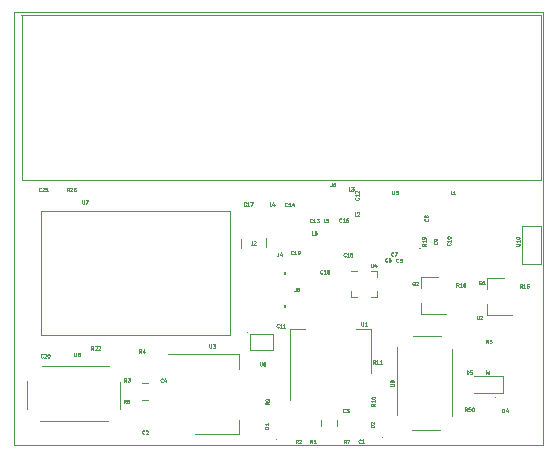
<source format=gbr>
G04 #@! TF.GenerationSoftware,KiCad,Pcbnew,(5.1.5)-3*
G04 #@! TF.CreationDate,2020-04-03T19:02:15-07:00*
G04 #@! TF.ProjectId,ShadowRunner,53686164-6f77-4527-956e-6e65722e6b69,rev?*
G04 #@! TF.SameCoordinates,Original*
G04 #@! TF.FileFunction,Legend,Top*
G04 #@! TF.FilePolarity,Positive*
%FSLAX46Y46*%
G04 Gerber Fmt 4.6, Leading zero omitted, Abs format (unit mm)*
G04 Created by KiCad (PCBNEW (5.1.5)-3) date 2020-04-03 19:02:15*
%MOMM*%
%LPD*%
G04 APERTURE LIST*
%ADD10C,0.120000*%
%ADD11C,0.152400*%
%ADD12C,0.100000*%
%ADD13C,0.075000*%
G04 APERTURE END LIST*
D10*
X151565000Y-126685000D02*
X151565000Y-127035000D01*
X151565000Y-126875000D02*
X151565000Y-126685000D01*
X151745000Y-126885000D02*
X151565000Y-126875000D01*
X151825000Y-126715000D02*
X151745000Y-126885000D01*
X151825000Y-127045000D02*
X151825000Y-126715000D01*
X151615000Y-126885000D02*
X151825000Y-127045000D01*
X151825000Y-126725000D02*
X151615000Y-126885000D01*
X111605000Y-133055000D02*
X111605000Y-133005000D01*
X156415000Y-133035000D02*
X111605000Y-133055000D01*
X111605000Y-96335000D02*
X111605000Y-133015000D01*
X112075000Y-96335000D02*
X111605000Y-96335000D01*
X156415000Y-96335000D02*
X156415000Y-133025000D01*
X112085000Y-96335000D02*
X156415000Y-96335000D01*
X134995000Y-129195000D02*
X134995000Y-123185000D01*
X141815000Y-126945000D02*
X141815000Y-123185000D01*
X134995000Y-123185000D02*
X136255000Y-123185000D01*
X141815000Y-123185000D02*
X140555000Y-123185000D01*
X122923578Y-127795000D02*
X122406422Y-127795000D01*
X122923578Y-129215000D02*
X122406422Y-129215000D01*
D11*
X134538500Y-118507741D02*
X134538500Y-118336400D01*
X134538500Y-121333600D02*
X134538500Y-121162259D01*
D10*
X144042500Y-130455000D02*
X144042500Y-124757500D01*
X148690000Y-130602500D02*
X148690000Y-124875000D01*
X145387500Y-123822500D02*
X147725000Y-123822500D01*
X145330000Y-131712500D02*
X147667500Y-131712500D01*
X113970000Y-126317500D02*
X119667500Y-126317500D01*
X113822500Y-130965000D02*
X119550000Y-130965000D01*
X120602500Y-127662500D02*
X120602500Y-130000000D01*
X112712500Y-127605000D02*
X112712500Y-129942500D01*
X131592500Y-123620000D02*
X133550000Y-123620000D01*
X133550000Y-123620000D02*
X133550000Y-124950000D01*
X133550000Y-124950000D02*
X131590000Y-124950000D01*
X131590000Y-124950000D02*
X131590000Y-123620000D01*
X131590000Y-123620000D02*
X131595000Y-123635000D01*
X131595000Y-123635000D02*
X131597500Y-123632500D01*
X131332500Y-123465000D02*
X131347500Y-123465000D01*
X130675000Y-132125000D02*
X130675000Y-130865000D01*
X130675000Y-125305000D02*
X130675000Y-126565000D01*
X126915000Y-132125000D02*
X130675000Y-132125000D01*
X124665000Y-125305000D02*
X130675000Y-125305000D01*
D12*
X133850000Y-132515000D02*
G75*
G03X133850000Y-132515000I-50000J0D01*
G01*
X142825000Y-132380000D02*
G75*
G03X142825000Y-132380000I-50000J0D01*
G01*
D10*
X132932500Y-115535000D02*
X132932500Y-116297500D01*
X130867500Y-116315000D02*
X130867500Y-115612500D01*
X151630000Y-118880000D02*
X153090000Y-118880000D01*
X151630000Y-122040000D02*
X153790000Y-122040000D01*
X151630000Y-122040000D02*
X151630000Y-121110000D01*
X151630000Y-118880000D02*
X151630000Y-119810000D01*
X146030000Y-118775000D02*
X146030000Y-119705000D01*
X146030000Y-121935000D02*
X146030000Y-121005000D01*
X146030000Y-121935000D02*
X148190000Y-121935000D01*
X146030000Y-118775000D02*
X147490000Y-118775000D01*
X141825000Y-118300000D02*
X142325000Y-118300000D01*
X142325000Y-118300000D02*
X142325000Y-118800000D01*
X142325000Y-118800000D02*
X142325000Y-118800000D01*
X142325000Y-120000000D02*
X142325000Y-120500000D01*
X142325000Y-120500000D02*
X141825000Y-120500000D01*
X141825000Y-120500000D02*
X141825000Y-120500000D01*
X140625000Y-120500000D02*
X140125000Y-120500000D01*
X140125000Y-120500000D02*
X140125000Y-120000000D01*
X140125000Y-120000000D02*
X140125000Y-120000000D01*
X140625000Y-118300000D02*
X140125000Y-118300000D01*
X140125000Y-118300000D02*
X140125000Y-118300000D01*
X113862500Y-113212500D02*
X129862500Y-113205000D01*
X129865000Y-113205000D02*
X129857500Y-123705000D01*
X129857500Y-123705000D02*
X113860000Y-123695000D01*
X113860000Y-123695000D02*
X113862500Y-113222500D01*
D12*
X152375000Y-129010000D02*
G75*
G03X152375000Y-129010000I-50000J0D01*
G01*
D10*
X145947500Y-116302500D02*
X145922500Y-116302500D01*
X112225000Y-96585000D02*
X156240000Y-96597500D01*
X156240000Y-96597500D02*
X156250000Y-110607500D01*
X156250000Y-110607500D02*
X112250000Y-110587500D01*
X112250000Y-110587500D02*
X112250000Y-96572500D01*
X150550000Y-128660000D02*
X153010000Y-128660000D01*
X153010000Y-128660000D02*
X153010000Y-127190000D01*
X153010000Y-127190000D02*
X150550000Y-127190000D01*
X156212500Y-117655000D02*
X156212500Y-114455000D01*
X156212500Y-114455000D02*
X154612500Y-114455000D01*
X154610000Y-114455000D02*
X154610000Y-117655000D01*
X154610000Y-117655000D02*
X156210000Y-117655000D01*
X138995000Y-130926422D02*
X138995000Y-131443578D01*
X137575000Y-130926422D02*
X137575000Y-131443578D01*
D13*
X141016428Y-122645714D02*
X141016428Y-122888571D01*
X141030714Y-122917142D01*
X141045000Y-122931428D01*
X141073571Y-122945714D01*
X141130714Y-122945714D01*
X141159285Y-122931428D01*
X141173571Y-122917142D01*
X141187857Y-122888571D01*
X141187857Y-122645714D01*
X141487857Y-122945714D02*
X141316428Y-122945714D01*
X141402142Y-122945714D02*
X141402142Y-122645714D01*
X141373571Y-122688571D01*
X141345000Y-122717142D01*
X141316428Y-122731428D01*
X136855000Y-132860714D02*
X136755000Y-132717857D01*
X136683571Y-132860714D02*
X136683571Y-132560714D01*
X136797857Y-132560714D01*
X136826428Y-132575000D01*
X136840714Y-132589285D01*
X136855000Y-132617857D01*
X136855000Y-132660714D01*
X136840714Y-132689285D01*
X136826428Y-132703571D01*
X136797857Y-132717857D01*
X136683571Y-132717857D01*
X137140714Y-132860714D02*
X136969285Y-132860714D01*
X137055000Y-132860714D02*
X137055000Y-132560714D01*
X137026428Y-132603571D01*
X136997857Y-132632142D01*
X136969285Y-132646428D01*
X124185000Y-127652142D02*
X124170714Y-127666428D01*
X124127857Y-127680714D01*
X124099285Y-127680714D01*
X124056428Y-127666428D01*
X124027857Y-127637857D01*
X124013571Y-127609285D01*
X123999285Y-127552142D01*
X123999285Y-127509285D01*
X124013571Y-127452142D01*
X124027857Y-127423571D01*
X124056428Y-127395000D01*
X124099285Y-127380714D01*
X124127857Y-127380714D01*
X124170714Y-127395000D01*
X124185000Y-127409285D01*
X124442142Y-127480714D02*
X124442142Y-127680714D01*
X124370714Y-127366428D02*
X124299285Y-127580714D01*
X124485000Y-127580714D01*
X135460000Y-119715714D02*
X135460000Y-119930000D01*
X135445714Y-119972857D01*
X135417142Y-120001428D01*
X135374285Y-120015714D01*
X135345714Y-120015714D01*
X135745714Y-119715714D02*
X135602857Y-119715714D01*
X135588571Y-119858571D01*
X135602857Y-119844285D01*
X135631428Y-119830000D01*
X135702857Y-119830000D01*
X135731428Y-119844285D01*
X135745714Y-119858571D01*
X135760000Y-119887142D01*
X135760000Y-119958571D01*
X135745714Y-119987142D01*
X135731428Y-120001428D01*
X135702857Y-120015714D01*
X135631428Y-120015714D01*
X135602857Y-120001428D01*
X135588571Y-119987142D01*
X131765000Y-115760714D02*
X131765000Y-115975000D01*
X131750714Y-116017857D01*
X131722142Y-116046428D01*
X131679285Y-116060714D01*
X131650714Y-116060714D01*
X131893571Y-115789285D02*
X131907857Y-115775000D01*
X131936428Y-115760714D01*
X132007857Y-115760714D01*
X132036428Y-115775000D01*
X132050714Y-115789285D01*
X132065000Y-115817857D01*
X132065000Y-115846428D01*
X132050714Y-115889285D01*
X131879285Y-116060714D01*
X132065000Y-116060714D01*
X142160714Y-129507857D02*
X142017857Y-129607857D01*
X142160714Y-129679285D02*
X141860714Y-129679285D01*
X141860714Y-129565000D01*
X141875000Y-129536428D01*
X141889285Y-129522142D01*
X141917857Y-129507857D01*
X141960714Y-129507857D01*
X141989285Y-129522142D01*
X142003571Y-129536428D01*
X142017857Y-129565000D01*
X142017857Y-129679285D01*
X142160714Y-129222142D02*
X142160714Y-129393571D01*
X142160714Y-129307857D02*
X141860714Y-129307857D01*
X141903571Y-129336428D01*
X141932142Y-129365000D01*
X141946428Y-129393571D01*
X141860714Y-129036428D02*
X141860714Y-129007857D01*
X141875000Y-128979285D01*
X141889285Y-128965000D01*
X141917857Y-128950714D01*
X141975000Y-128936428D01*
X142046428Y-128936428D01*
X142103571Y-128950714D01*
X142132142Y-128965000D01*
X142146428Y-128979285D01*
X142160714Y-129007857D01*
X142160714Y-129036428D01*
X142146428Y-129065000D01*
X142132142Y-129079285D01*
X142103571Y-129093571D01*
X142046428Y-129107857D01*
X141975000Y-129107857D01*
X141917857Y-129093571D01*
X141889285Y-129079285D01*
X141875000Y-129065000D01*
X141860714Y-129036428D01*
X143470714Y-128013571D02*
X143713571Y-128013571D01*
X143742142Y-127999285D01*
X143756428Y-127985000D01*
X143770714Y-127956428D01*
X143770714Y-127899285D01*
X143756428Y-127870714D01*
X143742142Y-127856428D01*
X143713571Y-127842142D01*
X143470714Y-127842142D01*
X143770714Y-127685000D02*
X143770714Y-127627857D01*
X143756428Y-127599285D01*
X143742142Y-127585000D01*
X143699285Y-127556428D01*
X143642142Y-127542142D01*
X143527857Y-127542142D01*
X143499285Y-127556428D01*
X143485000Y-127570714D01*
X143470714Y-127599285D01*
X143470714Y-127656428D01*
X143485000Y-127685000D01*
X143499285Y-127699285D01*
X143527857Y-127713571D01*
X143599285Y-127713571D01*
X143627857Y-127699285D01*
X143642142Y-127685000D01*
X143656428Y-127656428D01*
X143656428Y-127599285D01*
X143642142Y-127570714D01*
X143627857Y-127556428D01*
X143599285Y-127542142D01*
X116721428Y-125210714D02*
X116721428Y-125453571D01*
X116735714Y-125482142D01*
X116750000Y-125496428D01*
X116778571Y-125510714D01*
X116835714Y-125510714D01*
X116864285Y-125496428D01*
X116878571Y-125482142D01*
X116892857Y-125453571D01*
X116892857Y-125210714D01*
X117078571Y-125339285D02*
X117050000Y-125325000D01*
X117035714Y-125310714D01*
X117021428Y-125282142D01*
X117021428Y-125267857D01*
X117035714Y-125239285D01*
X117050000Y-125225000D01*
X117078571Y-125210714D01*
X117135714Y-125210714D01*
X117164285Y-125225000D01*
X117178571Y-125239285D01*
X117192857Y-125267857D01*
X117192857Y-125282142D01*
X117178571Y-125310714D01*
X117164285Y-125325000D01*
X117135714Y-125339285D01*
X117078571Y-125339285D01*
X117050000Y-125353571D01*
X117035714Y-125367857D01*
X117021428Y-125396428D01*
X117021428Y-125453571D01*
X117035714Y-125482142D01*
X117050000Y-125496428D01*
X117078571Y-125510714D01*
X117135714Y-125510714D01*
X117164285Y-125496428D01*
X117178571Y-125482142D01*
X117192857Y-125453571D01*
X117192857Y-125396428D01*
X117178571Y-125367857D01*
X117164285Y-125353571D01*
X117135714Y-125339285D01*
X132426428Y-125990714D02*
X132426428Y-126233571D01*
X132440714Y-126262142D01*
X132455000Y-126276428D01*
X132483571Y-126290714D01*
X132540714Y-126290714D01*
X132569285Y-126276428D01*
X132583571Y-126262142D01*
X132597857Y-126233571D01*
X132597857Y-125990714D01*
X132869285Y-125990714D02*
X132812142Y-125990714D01*
X132783571Y-126005000D01*
X132769285Y-126019285D01*
X132740714Y-126062142D01*
X132726428Y-126119285D01*
X132726428Y-126233571D01*
X132740714Y-126262142D01*
X132755000Y-126276428D01*
X132783571Y-126290714D01*
X132840714Y-126290714D01*
X132869285Y-126276428D01*
X132883571Y-126262142D01*
X132897857Y-126233571D01*
X132897857Y-126162142D01*
X132883571Y-126133571D01*
X132869285Y-126119285D01*
X132840714Y-126105000D01*
X132783571Y-126105000D01*
X132755000Y-126119285D01*
X132740714Y-126133571D01*
X132726428Y-126162142D01*
X139705000Y-132890714D02*
X139605000Y-132747857D01*
X139533571Y-132890714D02*
X139533571Y-132590714D01*
X139647857Y-132590714D01*
X139676428Y-132605000D01*
X139690714Y-132619285D01*
X139705000Y-132647857D01*
X139705000Y-132690714D01*
X139690714Y-132719285D01*
X139676428Y-132733571D01*
X139647857Y-132747857D01*
X139533571Y-132747857D01*
X139805000Y-132590714D02*
X140005000Y-132590714D01*
X139876428Y-132890714D01*
X118332142Y-124940714D02*
X118232142Y-124797857D01*
X118160714Y-124940714D02*
X118160714Y-124640714D01*
X118275000Y-124640714D01*
X118303571Y-124655000D01*
X118317857Y-124669285D01*
X118332142Y-124697857D01*
X118332142Y-124740714D01*
X118317857Y-124769285D01*
X118303571Y-124783571D01*
X118275000Y-124797857D01*
X118160714Y-124797857D01*
X118446428Y-124669285D02*
X118460714Y-124655000D01*
X118489285Y-124640714D01*
X118560714Y-124640714D01*
X118589285Y-124655000D01*
X118603571Y-124669285D01*
X118617857Y-124697857D01*
X118617857Y-124726428D01*
X118603571Y-124769285D01*
X118432142Y-124940714D01*
X118617857Y-124940714D01*
X118732142Y-124669285D02*
X118746428Y-124655000D01*
X118775000Y-124640714D01*
X118846428Y-124640714D01*
X118875000Y-124655000D01*
X118889285Y-124669285D01*
X118903571Y-124697857D01*
X118903571Y-124726428D01*
X118889285Y-124769285D01*
X118717857Y-124940714D01*
X118903571Y-124940714D01*
X128146428Y-124510714D02*
X128146428Y-124753571D01*
X128160714Y-124782142D01*
X128175000Y-124796428D01*
X128203571Y-124810714D01*
X128260714Y-124810714D01*
X128289285Y-124796428D01*
X128303571Y-124782142D01*
X128317857Y-124753571D01*
X128317857Y-124510714D01*
X128432142Y-124510714D02*
X128617857Y-124510714D01*
X128517857Y-124625000D01*
X128560714Y-124625000D01*
X128589285Y-124639285D01*
X128603571Y-124653571D01*
X128617857Y-124682142D01*
X128617857Y-124753571D01*
X128603571Y-124782142D01*
X128589285Y-124796428D01*
X128560714Y-124810714D01*
X128475000Y-124810714D01*
X128446428Y-124796428D01*
X128432142Y-124782142D01*
X139682142Y-117042142D02*
X139667857Y-117056428D01*
X139625000Y-117070714D01*
X139596428Y-117070714D01*
X139553571Y-117056428D01*
X139525000Y-117027857D01*
X139510714Y-116999285D01*
X139496428Y-116942142D01*
X139496428Y-116899285D01*
X139510714Y-116842142D01*
X139525000Y-116813571D01*
X139553571Y-116785000D01*
X139596428Y-116770714D01*
X139625000Y-116770714D01*
X139667857Y-116785000D01*
X139682142Y-116799285D01*
X139967857Y-117070714D02*
X139796428Y-117070714D01*
X139882142Y-117070714D02*
X139882142Y-116770714D01*
X139853571Y-116813571D01*
X139825000Y-116842142D01*
X139796428Y-116856428D01*
X140239285Y-116770714D02*
X140096428Y-116770714D01*
X140082142Y-116913571D01*
X140096428Y-116899285D01*
X140125000Y-116885000D01*
X140196428Y-116885000D01*
X140225000Y-116899285D01*
X140239285Y-116913571D01*
X140253571Y-116942142D01*
X140253571Y-117013571D01*
X140239285Y-117042142D01*
X140225000Y-117056428D01*
X140196428Y-117070714D01*
X140125000Y-117070714D01*
X140096428Y-117056428D01*
X140082142Y-117042142D01*
X113912142Y-111502142D02*
X113897857Y-111516428D01*
X113855000Y-111530714D01*
X113826428Y-111530714D01*
X113783571Y-111516428D01*
X113755000Y-111487857D01*
X113740714Y-111459285D01*
X113726428Y-111402142D01*
X113726428Y-111359285D01*
X113740714Y-111302142D01*
X113755000Y-111273571D01*
X113783571Y-111245000D01*
X113826428Y-111230714D01*
X113855000Y-111230714D01*
X113897857Y-111245000D01*
X113912142Y-111259285D01*
X114026428Y-111259285D02*
X114040714Y-111245000D01*
X114069285Y-111230714D01*
X114140714Y-111230714D01*
X114169285Y-111245000D01*
X114183571Y-111259285D01*
X114197857Y-111287857D01*
X114197857Y-111316428D01*
X114183571Y-111359285D01*
X114012142Y-111530714D01*
X114197857Y-111530714D01*
X114483571Y-111530714D02*
X114312142Y-111530714D01*
X114397857Y-111530714D02*
X114397857Y-111230714D01*
X114369285Y-111273571D01*
X114340714Y-111302142D01*
X114312142Y-111316428D01*
X121125000Y-127660714D02*
X121025000Y-127517857D01*
X120953571Y-127660714D02*
X120953571Y-127360714D01*
X121067857Y-127360714D01*
X121096428Y-127375000D01*
X121110714Y-127389285D01*
X121125000Y-127417857D01*
X121125000Y-127460714D01*
X121110714Y-127489285D01*
X121096428Y-127503571D01*
X121067857Y-127517857D01*
X120953571Y-127517857D01*
X121225000Y-127360714D02*
X121410714Y-127360714D01*
X121310714Y-127475000D01*
X121353571Y-127475000D01*
X121382142Y-127489285D01*
X121396428Y-127503571D01*
X121410714Y-127532142D01*
X121410714Y-127603571D01*
X121396428Y-127632142D01*
X121382142Y-127646428D01*
X121353571Y-127660714D01*
X121267857Y-127660714D01*
X121239285Y-127646428D01*
X121225000Y-127632142D01*
X140955000Y-132822142D02*
X140940714Y-132836428D01*
X140897857Y-132850714D01*
X140869285Y-132850714D01*
X140826428Y-132836428D01*
X140797857Y-132807857D01*
X140783571Y-132779285D01*
X140769285Y-132722142D01*
X140769285Y-132679285D01*
X140783571Y-132622142D01*
X140797857Y-132593571D01*
X140826428Y-132565000D01*
X140869285Y-132550714D01*
X140897857Y-132550714D01*
X140940714Y-132565000D01*
X140955000Y-132579285D01*
X141240714Y-132850714D02*
X141069285Y-132850714D01*
X141155000Y-132850714D02*
X141155000Y-132550714D01*
X141126428Y-132593571D01*
X141097857Y-132622142D01*
X141069285Y-132636428D01*
X122645000Y-132052142D02*
X122630714Y-132066428D01*
X122587857Y-132080714D01*
X122559285Y-132080714D01*
X122516428Y-132066428D01*
X122487857Y-132037857D01*
X122473571Y-132009285D01*
X122459285Y-131952142D01*
X122459285Y-131909285D01*
X122473571Y-131852142D01*
X122487857Y-131823571D01*
X122516428Y-131795000D01*
X122559285Y-131780714D01*
X122587857Y-131780714D01*
X122630714Y-131795000D01*
X122645000Y-131809285D01*
X122759285Y-131809285D02*
X122773571Y-131795000D01*
X122802142Y-131780714D01*
X122873571Y-131780714D01*
X122902142Y-131795000D01*
X122916428Y-131809285D01*
X122930714Y-131837857D01*
X122930714Y-131866428D01*
X122916428Y-131909285D01*
X122745000Y-132080714D01*
X122930714Y-132080714D01*
X144155000Y-117502142D02*
X144140714Y-117516428D01*
X144097857Y-117530714D01*
X144069285Y-117530714D01*
X144026428Y-117516428D01*
X143997857Y-117487857D01*
X143983571Y-117459285D01*
X143969285Y-117402142D01*
X143969285Y-117359285D01*
X143983571Y-117302142D01*
X143997857Y-117273571D01*
X144026428Y-117245000D01*
X144069285Y-117230714D01*
X144097857Y-117230714D01*
X144140714Y-117245000D01*
X144155000Y-117259285D01*
X144426428Y-117230714D02*
X144283571Y-117230714D01*
X144269285Y-117373571D01*
X144283571Y-117359285D01*
X144312142Y-117345000D01*
X144383571Y-117345000D01*
X144412142Y-117359285D01*
X144426428Y-117373571D01*
X144440714Y-117402142D01*
X144440714Y-117473571D01*
X144426428Y-117502142D01*
X144412142Y-117516428D01*
X144383571Y-117530714D01*
X144312142Y-117530714D01*
X144283571Y-117516428D01*
X144269285Y-117502142D01*
X143225000Y-117462142D02*
X143210714Y-117476428D01*
X143167857Y-117490714D01*
X143139285Y-117490714D01*
X143096428Y-117476428D01*
X143067857Y-117447857D01*
X143053571Y-117419285D01*
X143039285Y-117362142D01*
X143039285Y-117319285D01*
X143053571Y-117262142D01*
X143067857Y-117233571D01*
X143096428Y-117205000D01*
X143139285Y-117190714D01*
X143167857Y-117190714D01*
X143210714Y-117205000D01*
X143225000Y-117219285D01*
X143482142Y-117190714D02*
X143425000Y-117190714D01*
X143396428Y-117205000D01*
X143382142Y-117219285D01*
X143353571Y-117262142D01*
X143339285Y-117319285D01*
X143339285Y-117433571D01*
X143353571Y-117462142D01*
X143367857Y-117476428D01*
X143396428Y-117490714D01*
X143453571Y-117490714D01*
X143482142Y-117476428D01*
X143496428Y-117462142D01*
X143510714Y-117433571D01*
X143510714Y-117362142D01*
X143496428Y-117333571D01*
X143482142Y-117319285D01*
X143453571Y-117305000D01*
X143396428Y-117305000D01*
X143367857Y-117319285D01*
X143353571Y-117333571D01*
X143339285Y-117362142D01*
X143735000Y-116982142D02*
X143720714Y-116996428D01*
X143677857Y-117010714D01*
X143649285Y-117010714D01*
X143606428Y-116996428D01*
X143577857Y-116967857D01*
X143563571Y-116939285D01*
X143549285Y-116882142D01*
X143549285Y-116839285D01*
X143563571Y-116782142D01*
X143577857Y-116753571D01*
X143606428Y-116725000D01*
X143649285Y-116710714D01*
X143677857Y-116710714D01*
X143720714Y-116725000D01*
X143735000Y-116739285D01*
X143835000Y-116710714D02*
X144035000Y-116710714D01*
X143906428Y-117010714D01*
X134012142Y-123052142D02*
X133997857Y-123066428D01*
X133955000Y-123080714D01*
X133926428Y-123080714D01*
X133883571Y-123066428D01*
X133855000Y-123037857D01*
X133840714Y-123009285D01*
X133826428Y-122952142D01*
X133826428Y-122909285D01*
X133840714Y-122852142D01*
X133855000Y-122823571D01*
X133883571Y-122795000D01*
X133926428Y-122780714D01*
X133955000Y-122780714D01*
X133997857Y-122795000D01*
X134012142Y-122809285D01*
X134297857Y-123080714D02*
X134126428Y-123080714D01*
X134212142Y-123080714D02*
X134212142Y-122780714D01*
X134183571Y-122823571D01*
X134155000Y-122852142D01*
X134126428Y-122866428D01*
X134583571Y-123080714D02*
X134412142Y-123080714D01*
X134497857Y-123080714D02*
X134497857Y-122780714D01*
X134469285Y-122823571D01*
X134440714Y-122852142D01*
X134412142Y-122866428D01*
X140762142Y-112087857D02*
X140776428Y-112102142D01*
X140790714Y-112145000D01*
X140790714Y-112173571D01*
X140776428Y-112216428D01*
X140747857Y-112245000D01*
X140719285Y-112259285D01*
X140662142Y-112273571D01*
X140619285Y-112273571D01*
X140562142Y-112259285D01*
X140533571Y-112245000D01*
X140505000Y-112216428D01*
X140490714Y-112173571D01*
X140490714Y-112145000D01*
X140505000Y-112102142D01*
X140519285Y-112087857D01*
X140790714Y-111802142D02*
X140790714Y-111973571D01*
X140790714Y-111887857D02*
X140490714Y-111887857D01*
X140533571Y-111916428D01*
X140562142Y-111945000D01*
X140576428Y-111973571D01*
X140519285Y-111687857D02*
X140505000Y-111673571D01*
X140490714Y-111645000D01*
X140490714Y-111573571D01*
X140505000Y-111545000D01*
X140519285Y-111530714D01*
X140547857Y-111516428D01*
X140576428Y-111516428D01*
X140619285Y-111530714D01*
X140790714Y-111702142D01*
X140790714Y-111516428D01*
X136842142Y-114142142D02*
X136827857Y-114156428D01*
X136785000Y-114170714D01*
X136756428Y-114170714D01*
X136713571Y-114156428D01*
X136685000Y-114127857D01*
X136670714Y-114099285D01*
X136656428Y-114042142D01*
X136656428Y-113999285D01*
X136670714Y-113942142D01*
X136685000Y-113913571D01*
X136713571Y-113885000D01*
X136756428Y-113870714D01*
X136785000Y-113870714D01*
X136827857Y-113885000D01*
X136842142Y-113899285D01*
X137127857Y-114170714D02*
X136956428Y-114170714D01*
X137042142Y-114170714D02*
X137042142Y-113870714D01*
X137013571Y-113913571D01*
X136985000Y-113942142D01*
X136956428Y-113956428D01*
X137227857Y-113870714D02*
X137413571Y-113870714D01*
X137313571Y-113985000D01*
X137356428Y-113985000D01*
X137385000Y-113999285D01*
X137399285Y-114013571D01*
X137413571Y-114042142D01*
X137413571Y-114113571D01*
X137399285Y-114142142D01*
X137385000Y-114156428D01*
X137356428Y-114170714D01*
X137270714Y-114170714D01*
X137242142Y-114156428D01*
X137227857Y-114142142D01*
X134732142Y-112792142D02*
X134717857Y-112806428D01*
X134675000Y-112820714D01*
X134646428Y-112820714D01*
X134603571Y-112806428D01*
X134575000Y-112777857D01*
X134560714Y-112749285D01*
X134546428Y-112692142D01*
X134546428Y-112649285D01*
X134560714Y-112592142D01*
X134575000Y-112563571D01*
X134603571Y-112535000D01*
X134646428Y-112520714D01*
X134675000Y-112520714D01*
X134717857Y-112535000D01*
X134732142Y-112549285D01*
X135017857Y-112820714D02*
X134846428Y-112820714D01*
X134932142Y-112820714D02*
X134932142Y-112520714D01*
X134903571Y-112563571D01*
X134875000Y-112592142D01*
X134846428Y-112606428D01*
X135275000Y-112620714D02*
X135275000Y-112820714D01*
X135203571Y-112506428D02*
X135132142Y-112720714D01*
X135317857Y-112720714D01*
X131232142Y-112742142D02*
X131217857Y-112756428D01*
X131175000Y-112770714D01*
X131146428Y-112770714D01*
X131103571Y-112756428D01*
X131075000Y-112727857D01*
X131060714Y-112699285D01*
X131046428Y-112642142D01*
X131046428Y-112599285D01*
X131060714Y-112542142D01*
X131075000Y-112513571D01*
X131103571Y-112485000D01*
X131146428Y-112470714D01*
X131175000Y-112470714D01*
X131217857Y-112485000D01*
X131232142Y-112499285D01*
X131517857Y-112770714D02*
X131346428Y-112770714D01*
X131432142Y-112770714D02*
X131432142Y-112470714D01*
X131403571Y-112513571D01*
X131375000Y-112542142D01*
X131346428Y-112556428D01*
X131617857Y-112470714D02*
X131817857Y-112470714D01*
X131689285Y-112770714D01*
X137722142Y-118472142D02*
X137707857Y-118486428D01*
X137665000Y-118500714D01*
X137636428Y-118500714D01*
X137593571Y-118486428D01*
X137565000Y-118457857D01*
X137550714Y-118429285D01*
X137536428Y-118372142D01*
X137536428Y-118329285D01*
X137550714Y-118272142D01*
X137565000Y-118243571D01*
X137593571Y-118215000D01*
X137636428Y-118200714D01*
X137665000Y-118200714D01*
X137707857Y-118215000D01*
X137722142Y-118229285D01*
X138007857Y-118500714D02*
X137836428Y-118500714D01*
X137922142Y-118500714D02*
X137922142Y-118200714D01*
X137893571Y-118243571D01*
X137865000Y-118272142D01*
X137836428Y-118286428D01*
X138179285Y-118329285D02*
X138150714Y-118315000D01*
X138136428Y-118300714D01*
X138122142Y-118272142D01*
X138122142Y-118257857D01*
X138136428Y-118229285D01*
X138150714Y-118215000D01*
X138179285Y-118200714D01*
X138236428Y-118200714D01*
X138265000Y-118215000D01*
X138279285Y-118229285D01*
X138293571Y-118257857D01*
X138293571Y-118272142D01*
X138279285Y-118300714D01*
X138265000Y-118315000D01*
X138236428Y-118329285D01*
X138179285Y-118329285D01*
X138150714Y-118343571D01*
X138136428Y-118357857D01*
X138122142Y-118386428D01*
X138122142Y-118443571D01*
X138136428Y-118472142D01*
X138150714Y-118486428D01*
X138179285Y-118500714D01*
X138236428Y-118500714D01*
X138265000Y-118486428D01*
X138279285Y-118472142D01*
X138293571Y-118443571D01*
X138293571Y-118386428D01*
X138279285Y-118357857D01*
X138265000Y-118343571D01*
X138236428Y-118329285D01*
X135232142Y-116842142D02*
X135217857Y-116856428D01*
X135175000Y-116870714D01*
X135146428Y-116870714D01*
X135103571Y-116856428D01*
X135075000Y-116827857D01*
X135060714Y-116799285D01*
X135046428Y-116742142D01*
X135046428Y-116699285D01*
X135060714Y-116642142D01*
X135075000Y-116613571D01*
X135103571Y-116585000D01*
X135146428Y-116570714D01*
X135175000Y-116570714D01*
X135217857Y-116585000D01*
X135232142Y-116599285D01*
X135517857Y-116870714D02*
X135346428Y-116870714D01*
X135432142Y-116870714D02*
X135432142Y-116570714D01*
X135403571Y-116613571D01*
X135375000Y-116642142D01*
X135346428Y-116656428D01*
X135660714Y-116870714D02*
X135717857Y-116870714D01*
X135746428Y-116856428D01*
X135760714Y-116842142D01*
X135789285Y-116799285D01*
X135803571Y-116742142D01*
X135803571Y-116627857D01*
X135789285Y-116599285D01*
X135775000Y-116585000D01*
X135746428Y-116570714D01*
X135689285Y-116570714D01*
X135660714Y-116585000D01*
X135646428Y-116599285D01*
X135632142Y-116627857D01*
X135632142Y-116699285D01*
X135646428Y-116727857D01*
X135660714Y-116742142D01*
X135689285Y-116756428D01*
X135746428Y-116756428D01*
X135775000Y-116742142D01*
X135789285Y-116727857D01*
X135803571Y-116699285D01*
X114042142Y-125592142D02*
X114027857Y-125606428D01*
X113985000Y-125620714D01*
X113956428Y-125620714D01*
X113913571Y-125606428D01*
X113885000Y-125577857D01*
X113870714Y-125549285D01*
X113856428Y-125492142D01*
X113856428Y-125449285D01*
X113870714Y-125392142D01*
X113885000Y-125363571D01*
X113913571Y-125335000D01*
X113956428Y-125320714D01*
X113985000Y-125320714D01*
X114027857Y-125335000D01*
X114042142Y-125349285D01*
X114156428Y-125349285D02*
X114170714Y-125335000D01*
X114199285Y-125320714D01*
X114270714Y-125320714D01*
X114299285Y-125335000D01*
X114313571Y-125349285D01*
X114327857Y-125377857D01*
X114327857Y-125406428D01*
X114313571Y-125449285D01*
X114142142Y-125620714D01*
X114327857Y-125620714D01*
X114513571Y-125320714D02*
X114542142Y-125320714D01*
X114570714Y-125335000D01*
X114585000Y-125349285D01*
X114599285Y-125377857D01*
X114613571Y-125435000D01*
X114613571Y-125506428D01*
X114599285Y-125563571D01*
X114585000Y-125592142D01*
X114570714Y-125606428D01*
X114542142Y-125620714D01*
X114513571Y-125620714D01*
X114485000Y-125606428D01*
X114470714Y-125592142D01*
X114456428Y-125563571D01*
X114442142Y-125506428D01*
X114442142Y-125435000D01*
X114456428Y-125377857D01*
X114470714Y-125349285D01*
X114485000Y-125335000D01*
X114513571Y-125320714D01*
X133150714Y-131626428D02*
X132850714Y-131626428D01*
X132850714Y-131555000D01*
X132865000Y-131512142D01*
X132893571Y-131483571D01*
X132922142Y-131469285D01*
X132979285Y-131455000D01*
X133022142Y-131455000D01*
X133079285Y-131469285D01*
X133107857Y-131483571D01*
X133136428Y-131512142D01*
X133150714Y-131555000D01*
X133150714Y-131626428D01*
X133150714Y-131169285D02*
X133150714Y-131340714D01*
X133150714Y-131255000D02*
X132850714Y-131255000D01*
X132893571Y-131283571D01*
X132922142Y-131312142D01*
X132936428Y-131340714D01*
X142090714Y-131526428D02*
X141790714Y-131526428D01*
X141790714Y-131455000D01*
X141805000Y-131412142D01*
X141833571Y-131383571D01*
X141862142Y-131369285D01*
X141919285Y-131355000D01*
X141962142Y-131355000D01*
X142019285Y-131369285D01*
X142047857Y-131383571D01*
X142076428Y-131412142D01*
X142090714Y-131455000D01*
X142090714Y-131526428D01*
X141819285Y-131240714D02*
X141805000Y-131226428D01*
X141790714Y-131197857D01*
X141790714Y-131126428D01*
X141805000Y-131097857D01*
X141819285Y-131083571D01*
X141847857Y-131069285D01*
X141876428Y-131069285D01*
X141919285Y-131083571D01*
X142090714Y-131255000D01*
X142090714Y-131069285D01*
X133995000Y-116730714D02*
X133995000Y-116945000D01*
X133980714Y-116987857D01*
X133952142Y-117016428D01*
X133909285Y-117030714D01*
X133880714Y-117030714D01*
X134266428Y-116830714D02*
X134266428Y-117030714D01*
X134195000Y-116716428D02*
X134123571Y-116930714D01*
X134309285Y-116930714D01*
X140105000Y-111500714D02*
X139962142Y-111500714D01*
X139962142Y-111200714D01*
X140176428Y-111200714D02*
X140362142Y-111200714D01*
X140262142Y-111315000D01*
X140305000Y-111315000D01*
X140333571Y-111329285D01*
X140347857Y-111343571D01*
X140362142Y-111372142D01*
X140362142Y-111443571D01*
X140347857Y-111472142D01*
X140333571Y-111486428D01*
X140305000Y-111500714D01*
X140219285Y-111500714D01*
X140190714Y-111486428D01*
X140176428Y-111472142D01*
X133395000Y-112780714D02*
X133252142Y-112780714D01*
X133252142Y-112480714D01*
X133623571Y-112580714D02*
X133623571Y-112780714D01*
X133552142Y-112466428D02*
X133480714Y-112680714D01*
X133666428Y-112680714D01*
X137955000Y-114150714D02*
X137812142Y-114150714D01*
X137812142Y-113850714D01*
X138197857Y-113850714D02*
X138055000Y-113850714D01*
X138040714Y-113993571D01*
X138055000Y-113979285D01*
X138083571Y-113965000D01*
X138155000Y-113965000D01*
X138183571Y-113979285D01*
X138197857Y-113993571D01*
X138212142Y-114022142D01*
X138212142Y-114093571D01*
X138197857Y-114122142D01*
X138183571Y-114136428D01*
X138155000Y-114150714D01*
X138083571Y-114150714D01*
X138055000Y-114136428D01*
X138040714Y-114122142D01*
X136965000Y-115200714D02*
X136822142Y-115200714D01*
X136822142Y-114900714D01*
X137193571Y-114900714D02*
X137136428Y-114900714D01*
X137107857Y-114915000D01*
X137093571Y-114929285D01*
X137065000Y-114972142D01*
X137050714Y-115029285D01*
X137050714Y-115143571D01*
X137065000Y-115172142D01*
X137079285Y-115186428D01*
X137107857Y-115200714D01*
X137165000Y-115200714D01*
X137193571Y-115186428D01*
X137207857Y-115172142D01*
X137222142Y-115143571D01*
X137222142Y-115072142D01*
X137207857Y-115043571D01*
X137193571Y-115029285D01*
X137165000Y-115015000D01*
X137107857Y-115015000D01*
X137079285Y-115029285D01*
X137065000Y-115043571D01*
X137050714Y-115072142D01*
X151216428Y-119429285D02*
X151187857Y-119415000D01*
X151159285Y-119386428D01*
X151116428Y-119343571D01*
X151087857Y-119329285D01*
X151059285Y-119329285D01*
X151073571Y-119400714D02*
X151045000Y-119386428D01*
X151016428Y-119357857D01*
X151002142Y-119300714D01*
X151002142Y-119200714D01*
X151016428Y-119143571D01*
X151045000Y-119115000D01*
X151073571Y-119100714D01*
X151130714Y-119100714D01*
X151159285Y-119115000D01*
X151187857Y-119143571D01*
X151202142Y-119200714D01*
X151202142Y-119300714D01*
X151187857Y-119357857D01*
X151159285Y-119386428D01*
X151130714Y-119400714D01*
X151073571Y-119400714D01*
X151487857Y-119400714D02*
X151316428Y-119400714D01*
X151402142Y-119400714D02*
X151402142Y-119100714D01*
X151373571Y-119143571D01*
X151345000Y-119172142D01*
X151316428Y-119186428D01*
X145546428Y-119509285D02*
X145517857Y-119495000D01*
X145489285Y-119466428D01*
X145446428Y-119423571D01*
X145417857Y-119409285D01*
X145389285Y-119409285D01*
X145403571Y-119480714D02*
X145375000Y-119466428D01*
X145346428Y-119437857D01*
X145332142Y-119380714D01*
X145332142Y-119280714D01*
X145346428Y-119223571D01*
X145375000Y-119195000D01*
X145403571Y-119180714D01*
X145460714Y-119180714D01*
X145489285Y-119195000D01*
X145517857Y-119223571D01*
X145532142Y-119280714D01*
X145532142Y-119380714D01*
X145517857Y-119437857D01*
X145489285Y-119466428D01*
X145460714Y-119480714D01*
X145403571Y-119480714D01*
X145646428Y-119209285D02*
X145660714Y-119195000D01*
X145689285Y-119180714D01*
X145760714Y-119180714D01*
X145789285Y-119195000D01*
X145803571Y-119209285D01*
X145817857Y-119237857D01*
X145817857Y-119266428D01*
X145803571Y-119309285D01*
X145632142Y-119480714D01*
X145817857Y-119480714D01*
X135635000Y-132890714D02*
X135535000Y-132747857D01*
X135463571Y-132890714D02*
X135463571Y-132590714D01*
X135577857Y-132590714D01*
X135606428Y-132605000D01*
X135620714Y-132619285D01*
X135635000Y-132647857D01*
X135635000Y-132690714D01*
X135620714Y-132719285D01*
X135606428Y-132733571D01*
X135577857Y-132747857D01*
X135463571Y-132747857D01*
X135749285Y-132619285D02*
X135763571Y-132605000D01*
X135792142Y-132590714D01*
X135863571Y-132590714D01*
X135892142Y-132605000D01*
X135906428Y-132619285D01*
X135920714Y-132647857D01*
X135920714Y-132676428D01*
X135906428Y-132719285D01*
X135735000Y-132890714D01*
X135920714Y-132890714D01*
X122390000Y-125220714D02*
X122290000Y-125077857D01*
X122218571Y-125220714D02*
X122218571Y-124920714D01*
X122332857Y-124920714D01*
X122361428Y-124935000D01*
X122375714Y-124949285D01*
X122390000Y-124977857D01*
X122390000Y-125020714D01*
X122375714Y-125049285D01*
X122361428Y-125063571D01*
X122332857Y-125077857D01*
X122218571Y-125077857D01*
X122647142Y-125020714D02*
X122647142Y-125220714D01*
X122575714Y-124906428D02*
X122504285Y-125120714D01*
X122690000Y-125120714D01*
X151755000Y-124390714D02*
X151655000Y-124247857D01*
X151583571Y-124390714D02*
X151583571Y-124090714D01*
X151697857Y-124090714D01*
X151726428Y-124105000D01*
X151740714Y-124119285D01*
X151755000Y-124147857D01*
X151755000Y-124190714D01*
X151740714Y-124219285D01*
X151726428Y-124233571D01*
X151697857Y-124247857D01*
X151583571Y-124247857D01*
X152026428Y-124090714D02*
X151883571Y-124090714D01*
X151869285Y-124233571D01*
X151883571Y-124219285D01*
X151912142Y-124205000D01*
X151983571Y-124205000D01*
X152012142Y-124219285D01*
X152026428Y-124233571D01*
X152040714Y-124262142D01*
X152040714Y-124333571D01*
X152026428Y-124362142D01*
X152012142Y-124376428D01*
X151983571Y-124390714D01*
X151912142Y-124390714D01*
X151883571Y-124376428D01*
X151869285Y-124362142D01*
X121075000Y-129490714D02*
X120975000Y-129347857D01*
X120903571Y-129490714D02*
X120903571Y-129190714D01*
X121017857Y-129190714D01*
X121046428Y-129205000D01*
X121060714Y-129219285D01*
X121075000Y-129247857D01*
X121075000Y-129290714D01*
X121060714Y-129319285D01*
X121046428Y-129333571D01*
X121017857Y-129347857D01*
X120903571Y-129347857D01*
X121246428Y-129319285D02*
X121217857Y-129305000D01*
X121203571Y-129290714D01*
X121189285Y-129262142D01*
X121189285Y-129247857D01*
X121203571Y-129219285D01*
X121217857Y-129205000D01*
X121246428Y-129190714D01*
X121303571Y-129190714D01*
X121332142Y-129205000D01*
X121346428Y-129219285D01*
X121360714Y-129247857D01*
X121360714Y-129262142D01*
X121346428Y-129290714D01*
X121332142Y-129305000D01*
X121303571Y-129319285D01*
X121246428Y-129319285D01*
X121217857Y-129333571D01*
X121203571Y-129347857D01*
X121189285Y-129376428D01*
X121189285Y-129433571D01*
X121203571Y-129462142D01*
X121217857Y-129476428D01*
X121246428Y-129490714D01*
X121303571Y-129490714D01*
X121332142Y-129476428D01*
X121346428Y-129462142D01*
X121360714Y-129433571D01*
X121360714Y-129376428D01*
X121346428Y-129347857D01*
X121332142Y-129333571D01*
X121303571Y-129319285D01*
X133190714Y-129405000D02*
X133047857Y-129505000D01*
X133190714Y-129576428D02*
X132890714Y-129576428D01*
X132890714Y-129462142D01*
X132905000Y-129433571D01*
X132919285Y-129419285D01*
X132947857Y-129405000D01*
X132990714Y-129405000D01*
X133019285Y-129419285D01*
X133033571Y-129433571D01*
X133047857Y-129462142D01*
X133047857Y-129576428D01*
X133190714Y-129262142D02*
X133190714Y-129205000D01*
X133176428Y-129176428D01*
X133162142Y-129162142D01*
X133119285Y-129133571D01*
X133062142Y-129119285D01*
X132947857Y-129119285D01*
X132919285Y-129133571D01*
X132905000Y-129147857D01*
X132890714Y-129176428D01*
X132890714Y-129233571D01*
X132905000Y-129262142D01*
X132919285Y-129276428D01*
X132947857Y-129290714D01*
X133019285Y-129290714D01*
X133047857Y-129276428D01*
X133062142Y-129262142D01*
X133076428Y-129233571D01*
X133076428Y-129176428D01*
X133062142Y-129147857D01*
X133047857Y-129133571D01*
X133019285Y-129119285D01*
X154622142Y-119710714D02*
X154522142Y-119567857D01*
X154450714Y-119710714D02*
X154450714Y-119410714D01*
X154565000Y-119410714D01*
X154593571Y-119425000D01*
X154607857Y-119439285D01*
X154622142Y-119467857D01*
X154622142Y-119510714D01*
X154607857Y-119539285D01*
X154593571Y-119553571D01*
X154565000Y-119567857D01*
X154450714Y-119567857D01*
X154907857Y-119710714D02*
X154736428Y-119710714D01*
X154822142Y-119710714D02*
X154822142Y-119410714D01*
X154793571Y-119453571D01*
X154765000Y-119482142D01*
X154736428Y-119496428D01*
X155179285Y-119410714D02*
X155036428Y-119410714D01*
X155022142Y-119553571D01*
X155036428Y-119539285D01*
X155065000Y-119525000D01*
X155136428Y-119525000D01*
X155165000Y-119539285D01*
X155179285Y-119553571D01*
X155193571Y-119582142D01*
X155193571Y-119653571D01*
X155179285Y-119682142D01*
X155165000Y-119696428D01*
X155136428Y-119710714D01*
X155065000Y-119710714D01*
X155036428Y-119696428D01*
X155022142Y-119682142D01*
X149242142Y-119610714D02*
X149142142Y-119467857D01*
X149070714Y-119610714D02*
X149070714Y-119310714D01*
X149185000Y-119310714D01*
X149213571Y-119325000D01*
X149227857Y-119339285D01*
X149242142Y-119367857D01*
X149242142Y-119410714D01*
X149227857Y-119439285D01*
X149213571Y-119453571D01*
X149185000Y-119467857D01*
X149070714Y-119467857D01*
X149527857Y-119610714D02*
X149356428Y-119610714D01*
X149442142Y-119610714D02*
X149442142Y-119310714D01*
X149413571Y-119353571D01*
X149385000Y-119382142D01*
X149356428Y-119396428D01*
X149785000Y-119310714D02*
X149727857Y-119310714D01*
X149699285Y-119325000D01*
X149685000Y-119339285D01*
X149656428Y-119382142D01*
X149642142Y-119439285D01*
X149642142Y-119553571D01*
X149656428Y-119582142D01*
X149670714Y-119596428D01*
X149699285Y-119610714D01*
X149756428Y-119610714D01*
X149785000Y-119596428D01*
X149799285Y-119582142D01*
X149813571Y-119553571D01*
X149813571Y-119482142D01*
X149799285Y-119453571D01*
X149785000Y-119439285D01*
X149756428Y-119425000D01*
X149699285Y-119425000D01*
X149670714Y-119439285D01*
X149656428Y-119453571D01*
X149642142Y-119482142D01*
X116262142Y-111550714D02*
X116162142Y-111407857D01*
X116090714Y-111550714D02*
X116090714Y-111250714D01*
X116205000Y-111250714D01*
X116233571Y-111265000D01*
X116247857Y-111279285D01*
X116262142Y-111307857D01*
X116262142Y-111350714D01*
X116247857Y-111379285D01*
X116233571Y-111393571D01*
X116205000Y-111407857D01*
X116090714Y-111407857D01*
X116376428Y-111279285D02*
X116390714Y-111265000D01*
X116419285Y-111250714D01*
X116490714Y-111250714D01*
X116519285Y-111265000D01*
X116533571Y-111279285D01*
X116547857Y-111307857D01*
X116547857Y-111336428D01*
X116533571Y-111379285D01*
X116362142Y-111550714D01*
X116547857Y-111550714D01*
X116819285Y-111250714D02*
X116676428Y-111250714D01*
X116662142Y-111393571D01*
X116676428Y-111379285D01*
X116705000Y-111365000D01*
X116776428Y-111365000D01*
X116805000Y-111379285D01*
X116819285Y-111393571D01*
X116833571Y-111422142D01*
X116833571Y-111493571D01*
X116819285Y-111522142D01*
X116805000Y-111536428D01*
X116776428Y-111550714D01*
X116705000Y-111550714D01*
X116676428Y-111536428D01*
X116662142Y-111522142D01*
X150766428Y-122090714D02*
X150766428Y-122333571D01*
X150780714Y-122362142D01*
X150795000Y-122376428D01*
X150823571Y-122390714D01*
X150880714Y-122390714D01*
X150909285Y-122376428D01*
X150923571Y-122362142D01*
X150937857Y-122333571D01*
X150937857Y-122090714D01*
X151066428Y-122119285D02*
X151080714Y-122105000D01*
X151109285Y-122090714D01*
X151180714Y-122090714D01*
X151209285Y-122105000D01*
X151223571Y-122119285D01*
X151237857Y-122147857D01*
X151237857Y-122176428D01*
X151223571Y-122219285D01*
X151052142Y-122390714D01*
X151237857Y-122390714D01*
X141826428Y-117680714D02*
X141826428Y-117923571D01*
X141840714Y-117952142D01*
X141855000Y-117966428D01*
X141883571Y-117980714D01*
X141940714Y-117980714D01*
X141969285Y-117966428D01*
X141983571Y-117952142D01*
X141997857Y-117923571D01*
X141997857Y-117680714D01*
X142269285Y-117780714D02*
X142269285Y-117980714D01*
X142197857Y-117666428D02*
X142126428Y-117880714D01*
X142312142Y-117880714D01*
X117381428Y-112293214D02*
X117381428Y-112536071D01*
X117395714Y-112564642D01*
X117410000Y-112578928D01*
X117438571Y-112593214D01*
X117495714Y-112593214D01*
X117524285Y-112578928D01*
X117538571Y-112564642D01*
X117552857Y-112536071D01*
X117552857Y-112293214D01*
X117667142Y-112293214D02*
X117867142Y-112293214D01*
X117738571Y-112593214D01*
X152963571Y-130240714D02*
X152963571Y-129940714D01*
X153035000Y-129940714D01*
X153077857Y-129955000D01*
X153106428Y-129983571D01*
X153120714Y-130012142D01*
X153135000Y-130069285D01*
X153135000Y-130112142D01*
X153120714Y-130169285D01*
X153106428Y-130197857D01*
X153077857Y-130226428D01*
X153035000Y-130240714D01*
X152963571Y-130240714D01*
X153392142Y-130040714D02*
X153392142Y-130240714D01*
X153320714Y-129926428D02*
X153249285Y-130140714D01*
X153435000Y-130140714D01*
X149972142Y-130140714D02*
X149872142Y-129997857D01*
X149800714Y-130140714D02*
X149800714Y-129840714D01*
X149915000Y-129840714D01*
X149943571Y-129855000D01*
X149957857Y-129869285D01*
X149972142Y-129897857D01*
X149972142Y-129940714D01*
X149957857Y-129969285D01*
X149943571Y-129983571D01*
X149915000Y-129997857D01*
X149800714Y-129997857D01*
X150243571Y-129840714D02*
X150100714Y-129840714D01*
X150086428Y-129983571D01*
X150100714Y-129969285D01*
X150129285Y-129955000D01*
X150200714Y-129955000D01*
X150229285Y-129969285D01*
X150243571Y-129983571D01*
X150257857Y-130012142D01*
X150257857Y-130083571D01*
X150243571Y-130112142D01*
X150229285Y-130126428D01*
X150200714Y-130140714D01*
X150129285Y-130140714D01*
X150100714Y-130126428D01*
X150086428Y-130112142D01*
X150443571Y-129840714D02*
X150472142Y-129840714D01*
X150500714Y-129855000D01*
X150515000Y-129869285D01*
X150529285Y-129897857D01*
X150543571Y-129955000D01*
X150543571Y-130026428D01*
X150529285Y-130083571D01*
X150515000Y-130112142D01*
X150500714Y-130126428D01*
X150472142Y-130140714D01*
X150443571Y-130140714D01*
X150415000Y-130126428D01*
X150400714Y-130112142D01*
X150386428Y-130083571D01*
X150372142Y-130026428D01*
X150372142Y-129955000D01*
X150386428Y-129897857D01*
X150400714Y-129869285D01*
X150415000Y-129855000D01*
X150443571Y-129840714D01*
X142182142Y-126150714D02*
X142082142Y-126007857D01*
X142010714Y-126150714D02*
X142010714Y-125850714D01*
X142125000Y-125850714D01*
X142153571Y-125865000D01*
X142167857Y-125879285D01*
X142182142Y-125907857D01*
X142182142Y-125950714D01*
X142167857Y-125979285D01*
X142153571Y-125993571D01*
X142125000Y-126007857D01*
X142010714Y-126007857D01*
X142467857Y-126150714D02*
X142296428Y-126150714D01*
X142382142Y-126150714D02*
X142382142Y-125850714D01*
X142353571Y-125893571D01*
X142325000Y-125922142D01*
X142296428Y-125936428D01*
X142753571Y-126150714D02*
X142582142Y-126150714D01*
X142667857Y-126150714D02*
X142667857Y-125850714D01*
X142639285Y-125893571D01*
X142610714Y-125922142D01*
X142582142Y-125936428D01*
X146632142Y-113865000D02*
X146646428Y-113879285D01*
X146660714Y-113922142D01*
X146660714Y-113950714D01*
X146646428Y-113993571D01*
X146617857Y-114022142D01*
X146589285Y-114036428D01*
X146532142Y-114050714D01*
X146489285Y-114050714D01*
X146432142Y-114036428D01*
X146403571Y-114022142D01*
X146375000Y-113993571D01*
X146360714Y-113950714D01*
X146360714Y-113922142D01*
X146375000Y-113879285D01*
X146389285Y-113865000D01*
X146489285Y-113693571D02*
X146475000Y-113722142D01*
X146460714Y-113736428D01*
X146432142Y-113750714D01*
X146417857Y-113750714D01*
X146389285Y-113736428D01*
X146375000Y-113722142D01*
X146360714Y-113693571D01*
X146360714Y-113636428D01*
X146375000Y-113607857D01*
X146389285Y-113593571D01*
X146417857Y-113579285D01*
X146432142Y-113579285D01*
X146460714Y-113593571D01*
X146475000Y-113607857D01*
X146489285Y-113636428D01*
X146489285Y-113693571D01*
X146503571Y-113722142D01*
X146517857Y-113736428D01*
X146546428Y-113750714D01*
X146603571Y-113750714D01*
X146632142Y-113736428D01*
X146646428Y-113722142D01*
X146660714Y-113693571D01*
X146660714Y-113636428D01*
X146646428Y-113607857D01*
X146632142Y-113593571D01*
X146603571Y-113579285D01*
X146546428Y-113579285D01*
X146517857Y-113593571D01*
X146503571Y-113607857D01*
X146489285Y-113636428D01*
X147432142Y-115835000D02*
X147446428Y-115849285D01*
X147460714Y-115892142D01*
X147460714Y-115920714D01*
X147446428Y-115963571D01*
X147417857Y-115992142D01*
X147389285Y-116006428D01*
X147332142Y-116020714D01*
X147289285Y-116020714D01*
X147232142Y-116006428D01*
X147203571Y-115992142D01*
X147175000Y-115963571D01*
X147160714Y-115920714D01*
X147160714Y-115892142D01*
X147175000Y-115849285D01*
X147189285Y-115835000D01*
X147460714Y-115692142D02*
X147460714Y-115635000D01*
X147446428Y-115606428D01*
X147432142Y-115592142D01*
X147389285Y-115563571D01*
X147332142Y-115549285D01*
X147217857Y-115549285D01*
X147189285Y-115563571D01*
X147175000Y-115577857D01*
X147160714Y-115606428D01*
X147160714Y-115663571D01*
X147175000Y-115692142D01*
X147189285Y-115706428D01*
X147217857Y-115720714D01*
X147289285Y-115720714D01*
X147317857Y-115706428D01*
X147332142Y-115692142D01*
X147346428Y-115663571D01*
X147346428Y-115606428D01*
X147332142Y-115577857D01*
X147317857Y-115563571D01*
X147289285Y-115549285D01*
X148542142Y-115937857D02*
X148556428Y-115952142D01*
X148570714Y-115995000D01*
X148570714Y-116023571D01*
X148556428Y-116066428D01*
X148527857Y-116095000D01*
X148499285Y-116109285D01*
X148442142Y-116123571D01*
X148399285Y-116123571D01*
X148342142Y-116109285D01*
X148313571Y-116095000D01*
X148285000Y-116066428D01*
X148270714Y-116023571D01*
X148270714Y-115995000D01*
X148285000Y-115952142D01*
X148299285Y-115937857D01*
X148570714Y-115652142D02*
X148570714Y-115823571D01*
X148570714Y-115737857D02*
X148270714Y-115737857D01*
X148313571Y-115766428D01*
X148342142Y-115795000D01*
X148356428Y-115823571D01*
X148270714Y-115466428D02*
X148270714Y-115437857D01*
X148285000Y-115409285D01*
X148299285Y-115395000D01*
X148327857Y-115380714D01*
X148385000Y-115366428D01*
X148456428Y-115366428D01*
X148513571Y-115380714D01*
X148542142Y-115395000D01*
X148556428Y-115409285D01*
X148570714Y-115437857D01*
X148570714Y-115466428D01*
X148556428Y-115495000D01*
X148542142Y-115509285D01*
X148513571Y-115523571D01*
X148456428Y-115537857D01*
X148385000Y-115537857D01*
X148327857Y-115523571D01*
X148299285Y-115509285D01*
X148285000Y-115495000D01*
X148270714Y-115466428D01*
X139312142Y-114102142D02*
X139297857Y-114116428D01*
X139255000Y-114130714D01*
X139226428Y-114130714D01*
X139183571Y-114116428D01*
X139155000Y-114087857D01*
X139140714Y-114059285D01*
X139126428Y-114002142D01*
X139126428Y-113959285D01*
X139140714Y-113902142D01*
X139155000Y-113873571D01*
X139183571Y-113845000D01*
X139226428Y-113830714D01*
X139255000Y-113830714D01*
X139297857Y-113845000D01*
X139312142Y-113859285D01*
X139597857Y-114130714D02*
X139426428Y-114130714D01*
X139512142Y-114130714D02*
X139512142Y-113830714D01*
X139483571Y-113873571D01*
X139455000Y-113902142D01*
X139426428Y-113916428D01*
X139855000Y-113830714D02*
X139797857Y-113830714D01*
X139769285Y-113845000D01*
X139755000Y-113859285D01*
X139726428Y-113902142D01*
X139712142Y-113959285D01*
X139712142Y-114073571D01*
X139726428Y-114102142D01*
X139740714Y-114116428D01*
X139769285Y-114130714D01*
X139826428Y-114130714D01*
X139855000Y-114116428D01*
X139869285Y-114102142D01*
X139883571Y-114073571D01*
X139883571Y-114002142D01*
X139869285Y-113973571D01*
X139855000Y-113959285D01*
X139826428Y-113945000D01*
X139769285Y-113945000D01*
X139740714Y-113959285D01*
X139726428Y-113973571D01*
X139712142Y-114002142D01*
X148715000Y-111790714D02*
X148572142Y-111790714D01*
X148572142Y-111490714D01*
X148972142Y-111790714D02*
X148800714Y-111790714D01*
X148886428Y-111790714D02*
X148886428Y-111490714D01*
X148857857Y-111533571D01*
X148829285Y-111562142D01*
X148800714Y-111576428D01*
X140585000Y-113620714D02*
X140442142Y-113620714D01*
X140442142Y-113320714D01*
X140670714Y-113349285D02*
X140685000Y-113335000D01*
X140713571Y-113320714D01*
X140785000Y-113320714D01*
X140813571Y-113335000D01*
X140827857Y-113349285D01*
X140842142Y-113377857D01*
X140842142Y-113406428D01*
X140827857Y-113449285D01*
X140656428Y-113620714D01*
X140842142Y-113620714D01*
X146460714Y-115987857D02*
X146317857Y-116087857D01*
X146460714Y-116159285D02*
X146160714Y-116159285D01*
X146160714Y-116045000D01*
X146175000Y-116016428D01*
X146189285Y-116002142D01*
X146217857Y-115987857D01*
X146260714Y-115987857D01*
X146289285Y-116002142D01*
X146303571Y-116016428D01*
X146317857Y-116045000D01*
X146317857Y-116159285D01*
X146460714Y-115702142D02*
X146460714Y-115873571D01*
X146460714Y-115787857D02*
X146160714Y-115787857D01*
X146203571Y-115816428D01*
X146232142Y-115845000D01*
X146246428Y-115873571D01*
X146460714Y-115559285D02*
X146460714Y-115502142D01*
X146446428Y-115473571D01*
X146432142Y-115459285D01*
X146389285Y-115430714D01*
X146332142Y-115416428D01*
X146217857Y-115416428D01*
X146189285Y-115430714D01*
X146175000Y-115445000D01*
X146160714Y-115473571D01*
X146160714Y-115530714D01*
X146175000Y-115559285D01*
X146189285Y-115573571D01*
X146217857Y-115587857D01*
X146289285Y-115587857D01*
X146317857Y-115573571D01*
X146332142Y-115559285D01*
X146346428Y-115530714D01*
X146346428Y-115473571D01*
X146332142Y-115445000D01*
X146317857Y-115430714D01*
X146289285Y-115416428D01*
X143621428Y-111485714D02*
X143621428Y-111728571D01*
X143635714Y-111757142D01*
X143650000Y-111771428D01*
X143678571Y-111785714D01*
X143735714Y-111785714D01*
X143764285Y-111771428D01*
X143778571Y-111757142D01*
X143792857Y-111728571D01*
X143792857Y-111485714D01*
X144078571Y-111485714D02*
X143935714Y-111485714D01*
X143921428Y-111628571D01*
X143935714Y-111614285D01*
X143964285Y-111600000D01*
X144035714Y-111600000D01*
X144064285Y-111614285D01*
X144078571Y-111628571D01*
X144092857Y-111657142D01*
X144092857Y-111728571D01*
X144078571Y-111757142D01*
X144064285Y-111771428D01*
X144035714Y-111785714D01*
X143964285Y-111785714D01*
X143935714Y-111771428D01*
X143921428Y-111757142D01*
X138515000Y-110810714D02*
X138515000Y-111025000D01*
X138500714Y-111067857D01*
X138472142Y-111096428D01*
X138429285Y-111110714D01*
X138400714Y-111110714D01*
X138786428Y-110810714D02*
X138729285Y-110810714D01*
X138700714Y-110825000D01*
X138686428Y-110839285D01*
X138657857Y-110882142D01*
X138643571Y-110939285D01*
X138643571Y-111053571D01*
X138657857Y-111082142D01*
X138672142Y-111096428D01*
X138700714Y-111110714D01*
X138757857Y-111110714D01*
X138786428Y-111096428D01*
X138800714Y-111082142D01*
X138815000Y-111053571D01*
X138815000Y-110982142D01*
X138800714Y-110953571D01*
X138786428Y-110939285D01*
X138757857Y-110925000D01*
X138700714Y-110925000D01*
X138672142Y-110939285D01*
X138657857Y-110953571D01*
X138643571Y-110982142D01*
X149923571Y-127010714D02*
X149923571Y-126710714D01*
X149995000Y-126710714D01*
X150037857Y-126725000D01*
X150066428Y-126753571D01*
X150080714Y-126782142D01*
X150095000Y-126839285D01*
X150095000Y-126882142D01*
X150080714Y-126939285D01*
X150066428Y-126967857D01*
X150037857Y-126996428D01*
X149995000Y-127010714D01*
X149923571Y-127010714D01*
X150366428Y-126710714D02*
X150223571Y-126710714D01*
X150209285Y-126853571D01*
X150223571Y-126839285D01*
X150252142Y-126825000D01*
X150323571Y-126825000D01*
X150352142Y-126839285D01*
X150366428Y-126853571D01*
X150380714Y-126882142D01*
X150380714Y-126953571D01*
X150366428Y-126982142D01*
X150352142Y-126996428D01*
X150323571Y-127010714D01*
X150252142Y-127010714D01*
X150223571Y-126996428D01*
X150209285Y-126982142D01*
X154110714Y-116146428D02*
X154353571Y-116146428D01*
X154382142Y-116132142D01*
X154396428Y-116117857D01*
X154410714Y-116089285D01*
X154410714Y-116032142D01*
X154396428Y-116003571D01*
X154382142Y-115989285D01*
X154353571Y-115975000D01*
X154110714Y-115975000D01*
X154410714Y-115675000D02*
X154410714Y-115846428D01*
X154410714Y-115760714D02*
X154110714Y-115760714D01*
X154153571Y-115789285D01*
X154182142Y-115817857D01*
X154196428Y-115846428D01*
X154110714Y-115489285D02*
X154110714Y-115460714D01*
X154125000Y-115432142D01*
X154139285Y-115417857D01*
X154167857Y-115403571D01*
X154225000Y-115389285D01*
X154296428Y-115389285D01*
X154353571Y-115403571D01*
X154382142Y-115417857D01*
X154396428Y-115432142D01*
X154410714Y-115460714D01*
X154410714Y-115489285D01*
X154396428Y-115517857D01*
X154382142Y-115532142D01*
X154353571Y-115546428D01*
X154296428Y-115560714D01*
X154225000Y-115560714D01*
X154167857Y-115546428D01*
X154139285Y-115532142D01*
X154125000Y-115517857D01*
X154110714Y-115489285D01*
X139645000Y-130232142D02*
X139630714Y-130246428D01*
X139587857Y-130260714D01*
X139559285Y-130260714D01*
X139516428Y-130246428D01*
X139487857Y-130217857D01*
X139473571Y-130189285D01*
X139459285Y-130132142D01*
X139459285Y-130089285D01*
X139473571Y-130032142D01*
X139487857Y-130003571D01*
X139516428Y-129975000D01*
X139559285Y-129960714D01*
X139587857Y-129960714D01*
X139630714Y-129975000D01*
X139645000Y-129989285D01*
X139745000Y-129960714D02*
X139930714Y-129960714D01*
X139830714Y-130075000D01*
X139873571Y-130075000D01*
X139902142Y-130089285D01*
X139916428Y-130103571D01*
X139930714Y-130132142D01*
X139930714Y-130203571D01*
X139916428Y-130232142D01*
X139902142Y-130246428D01*
X139873571Y-130260714D01*
X139787857Y-130260714D01*
X139759285Y-130246428D01*
X139745000Y-130232142D01*
M02*

</source>
